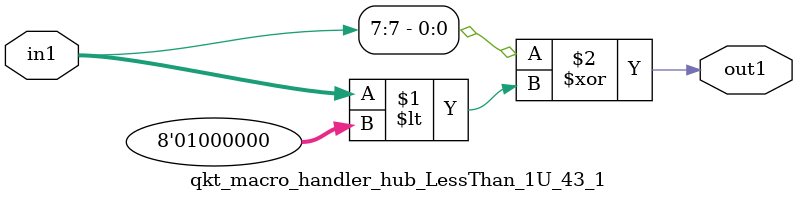
<source format=v>

`timescale 1ps / 1ps


module qkt_macro_handler_hub_LessThan_1U_43_1( in1, out1 );

    input [7:0] in1;
    output out1;

    
    // rtl_process:qkt_macro_handler_hub_LessThan_1U_43_1/qkt_macro_handler_hub_LessThan_1U_43_1_thread_1
    assign out1 = (in1[7] ^ in1 < 8'd064);

endmodule


</source>
